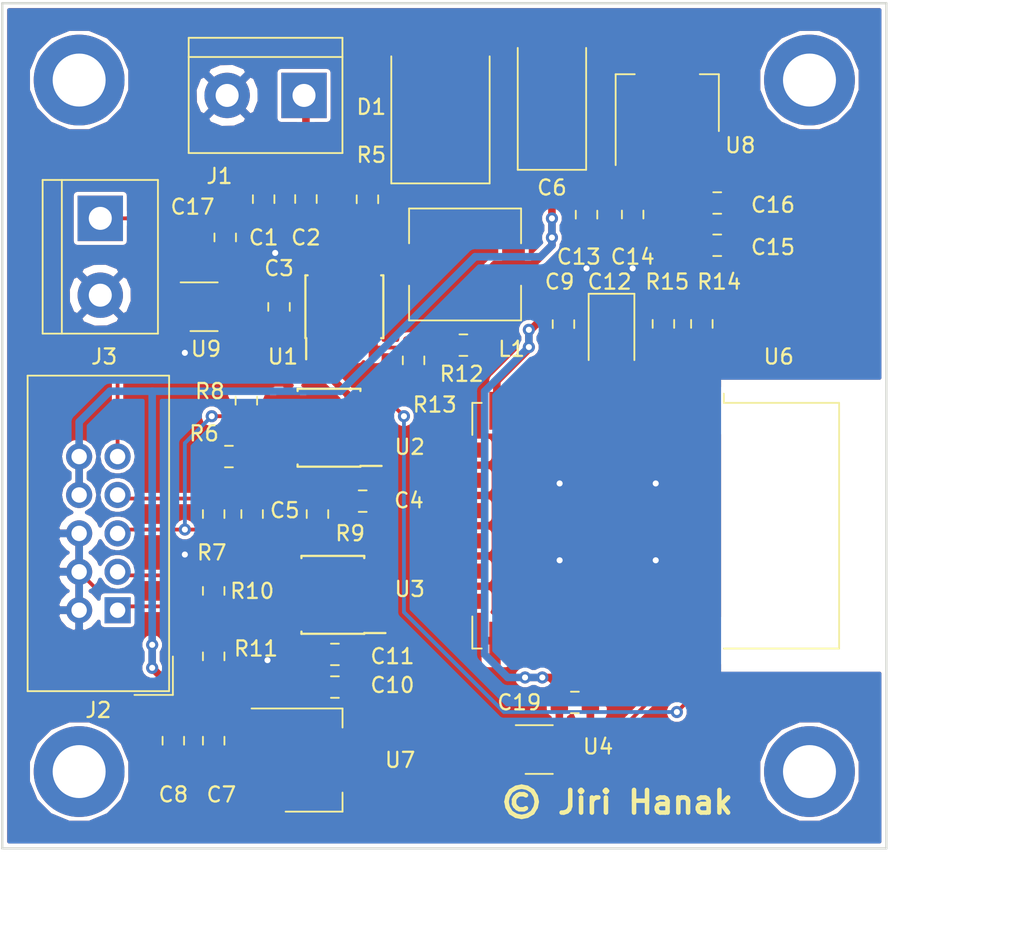
<source format=kicad_pcb>
(kicad_pcb (version 20171130) (host pcbnew 5.0.2-bee76a0~70~ubuntu18.04.1)
  (title_block (title "Water level monitoring - support board") (date 2019-03-11))
  (layers (0 F.Cu signal) (31 B.Cu signal) (34 B.Paste user) (35 F.Paste user) (36 B.SilkS user) (37 F.SilkS user) (38 B.Mask user) (39 F.Mask user) (44 Edge.Cuts user))
  (net 0 "")
  (net 1 /12V)
  (net 2 GND)
  (net 3 "Net-(C3-Pad2)")
  (net 4 "Net-(C3-Pad1)")
  (net 5 +5V)
  (net 6 +3V3)
  (net 7 "Net-(J2-Pad3)")
  (net 8 "Net-(J2-Pad5)")
  (net 9 "Net-(U2-Pad4)")
  (net 10 "Net-(U3-Pad1)")
  (net 11 +5.5V)
  (net 12 "Net-(R5-Pad1)")
  (net 13 "Net-(R12-Pad2)")
  (net 14 "Net-(R14-Pad2)")
  (net 15 "Net-(R15-Pad2)")
  (net 16 "Net-(U4-Pad4)")
  (net 17 "Net-(J2-Pad1)")
  (net 18 "Net-(J2-Pad7)")
  (net 19 "Net-(J2-Pad9)")
  (net 20 "Net-(J3-Pad1)")
  (net 21 "Net-(U1-Pad2)")
  (net 22 "Net-(U1-Pad3)")
  (net 23 "Net-(U2-Pad1)")
  (net 24 "Net-(U3-Pad4)")
  (net 25 "Net-(U4-Pad1)")
  (net 26 "Net-(U6-Pad2)")
  (net 27 "Net-(U6-Pad4)")
  (net 28 "Net-(U6-Pad5)")
  (net 29 "Net-(U6-Pad6)")
  (net 30 "Net-(U6-Pad7)")
  (net 31 "Net-(U6-Pad9)")
  (net 32 "Net-(U6-Pad10)")
  (net 33 "Net-(U6-Pad11)")
  (net 34 "Net-(U6-Pad12)")
  (net 35 "Net-(U6-Pad13)")
  (net 36 "Net-(U6-Pad14)")
  (net 37 "Net-(U6-Pad16)")
  (net 38 "Net-(U6-Pad17)")
  (net 39 "Net-(U6-Pad18)")
  (net 40 "Net-(U6-Pad19)")
  (net 41 "Net-(U6-Pad20)")
  (net 42 "Net-(U9-Pad1)")
  (module Connector_IDC:IDC-Header_2x05_P2.54mm_Vertical (layer F.Cu) (at 125.603 108.712 180)
    (fp_text reference J2 (at 1.27 -6.604 180) (layer F.SilkS))
    (fp_text value Main_board)
    (pad 10 thru_hole oval (at 2.54 10.16 180) (size 1.7272 1.7272) (drill 1.016) (layers *.Cu *.Mask) (net 11 +5.5V))
    (pad 9 thru_hole oval (at 0 10.16 180) (size 1.7272 1.7272) (drill 1.016) (layers *.Cu *.Mask) (net 19 "Net-(J2-Pad9)"))
    (pad 8 thru_hole oval (at 2.54 7.62 180) (size 1.7272 1.7272) (drill 1.016) (layers *.Cu *.Mask) (net 11 +5.5V))
    (pad 7 thru_hole oval (at 0 7.62 180) (size 1.7272 1.7272) (drill 1.016) (layers *.Cu *.Mask) (net 18 "Net-(J2-Pad7)"))
    (pad 6 thru_hole oval (at 2.54 5.08 180) (size 1.7272 1.7272) (drill 1.016) (layers *.Cu *.Mask) (net 2 GND))
    (pad 5 thru_hole oval (at 0 5.08 180) (size 1.7272 1.7272) (drill 1.016) (layers *.Cu *.Mask) (net 8 "Net-(J2-Pad5)"))
    (pad 4 thru_hole oval (at 2.54 2.54 180) (size 1.7272 1.7272) (drill 1.016) (layers *.Cu *.Mask) (net 2 GND))
    (pad 3 thru_hole oval (at 0 2.54 180) (size 1.7272 1.7272) (drill 1.016) (layers *.Cu *.Mask) (net 7 "Net-(J2-Pad3)"))
    (pad 2 thru_hole oval (at 2.54 0 180) (size 1.7272 1.7272) (drill 1.016) (layers *.Cu *.Mask) (net 2 GND))
    (pad 1 thru_hole rect (at 0 0 180) (size 1.7272 1.7272) (drill 1.016) (layers *.Cu *.Mask) (net 17 "Net-(J2-Pad1)"))
  )
  (module Resistor_SMD:R_0805_2012Metric_Pad1.15x1.40mm_HandSolder (layer F.Cu) (at 148.454 91.186 180)
    (fp_text reference R12 (at 0.118 -1.905) (layer F.SilkS))
    (fp_text value 330k)
    (pad 2 smd roundrect (at 1.025 0 180) (size 1.15 1.4) (layers F.Cu F.Paste F.Mask) (roundrect_rratio 0.217391) (net 13 "Net-(R12-Pad2)"))
    (pad 1 smd roundrect (at -1.025 0 180) (size 1.15 1.4) (layers F.Cu F.Paste F.Mask) (roundrect_rratio 0.217391) (net 11 +5.5V))
  )
  (module RF_Module:ESP-12E (layer F.Cu) (at 161.163 103.124 270)
    (fp_text reference U6 (at -11.176 -8.128) (layer F.SilkS))
    (fp_text value ESP-12E)
    (pad 22 smd rect (at 7.6 -3.5 270) (size 2.5 1) (layers F.Cu F.Paste F.Mask) (net 9 "Net-(U2-Pad4)"))
    (pad 21 smd rect (at 7.6 -1.5 270) (size 2.5 1) (layers F.Cu F.Paste F.Mask) (net 16 "Net-(U4-Pad4)"))
    (pad 20 smd rect (at 7.6 0.5 270) (size 2.5 1) (layers F.Cu F.Paste F.Mask) (net 41 "Net-(U6-Pad20)"))
    (pad 19 smd rect (at 7.6 2.5 270) (size 2.5 1) (layers F.Cu F.Paste F.Mask) (net 40 "Net-(U6-Pad19)"))
    (pad 18 smd rect (at 7.6 4.5 270) (size 2.5 1) (layers F.Cu F.Paste F.Mask) (net 39 "Net-(U6-Pad18)"))
    (pad 17 smd rect (at 7.6 6.5 270) (size 2.5 1) (layers F.Cu F.Paste F.Mask) (net 38 "Net-(U6-Pad17)"))
    (pad 16 smd rect (at 7.6 8.5 270) (size 2.5 1) (layers F.Cu F.Paste F.Mask) (net 37 "Net-(U6-Pad16)"))
    (pad 15 smd rect (at 7.6 10.5 270) (size 2.5 1) (layers F.Cu F.Paste F.Mask) (net 2 GND))
    (pad 14 smd rect (at 5 12 270) (size 1 1.8) (layers F.Cu F.Paste F.Mask) (net 36 "Net-(U6-Pad14)"))
    (pad 13 smd rect (at 3 12 270) (size 1 1.8) (layers F.Cu F.Paste F.Mask) (net 35 "Net-(U6-Pad13)"))
    (pad 12 smd rect (at 1 12 270) (size 1 1.8) (layers F.Cu F.Paste F.Mask) (net 34 "Net-(U6-Pad12)"))
    (pad 11 smd rect (at -1 12 270) (size 1 1.8) (layers F.Cu F.Paste F.Mask) (net 33 "Net-(U6-Pad11)"))
    (pad 10 smd rect (at -3 12 270) (size 1 1.8) (layers F.Cu F.Paste F.Mask) (net 32 "Net-(U6-Pad10)"))
    (pad 9 smd rect (at -5 12 270) (size 1 1.8) (layers F.Cu F.Paste F.Mask) (net 31 "Net-(U6-Pad9)"))
    (pad 8 smd rect (at -7.6 10.5 270) (size 2.5 1) (layers F.Cu F.Paste F.Mask) (net 6 +3V3))
    (pad 7 smd rect (at -7.6 8.5 270) (size 2.5 1) (layers F.Cu F.Paste F.Mask) (net 30 "Net-(U6-Pad7)"))
    (pad 6 smd rect (at -7.6 6.5 270) (size 2.5 1) (layers F.Cu F.Paste F.Mask) (net 29 "Net-(U6-Pad6)"))
    (pad 5 smd rect (at -7.6 4.5 270) (size 2.5 1) (layers F.Cu F.Paste F.Mask) (net 28 "Net-(U6-Pad5)"))
    (pad 4 smd rect (at -7.6 2.5 270) (size 2.5 1) (layers F.Cu F.Paste F.Mask) (net 27 "Net-(U6-Pad4)"))
    (pad 3 smd rect (at -7.6 0.5 270) (size 2.5 1) (layers F.Cu F.Paste F.Mask) (net 15 "Net-(R15-Pad2)"))
    (pad 2 smd rect (at -7.6 -1.5 270) (size 2.5 1) (layers F.Cu F.Paste F.Mask) (net 26 "Net-(U6-Pad2)"))
    (pad 1 smd rect (at -7.6 -3.5 270) (size 2.5 1) (layers F.Cu F.Paste F.Mask) (net 14 "Net-(R14-Pad2)"))
  )
  (module Diode_SMD:D_SMC (layer F.Cu) (at 146.939 75.692 90)
    (fp_text reference D1 (at 0.254 -4.572 180) (layer F.SilkS))
    (fp_text value B340)
    (pad 2 smd rect (at 3.4 0 180) (size 3.3 2.5) (layers F.Cu F.Paste F.Mask) (net 2 GND))
    (pad 1 smd rect (at -3.4 0 180) (size 3.3 2.5) (layers F.Cu F.Paste F.Mask) (net 4 "Net-(C3-Pad1)"))
  )
  (module Resistor_SMD:R_0805_2012Metric_Pad1.15x1.40mm_HandSolder (layer F.Cu) (at 161.671 89.78 270)
    (fp_text reference R15 (at -2.785 -0.254) (layer F.SilkS))
    (fp_text value 10k)
    (pad 2 smd roundrect (at 1.025 0 270) (size 1.15 1.4) (layers F.Cu F.Paste F.Mask) (roundrect_rratio 0.217391) (net 15 "Net-(R15-Pad2)"))
    (pad 1 smd roundrect (at -1.025 0 270) (size 1.15 1.4) (layers F.Cu F.Paste F.Mask) (roundrect_rratio 0.217391) (net 6 +3V3))
  )
  (module Package_SO:SOIC-8_3.9x4.9mm_P1.27mm (layer F.Cu) (at 139.827 107.696 180)
    (fp_text reference U3 (at -5.08 0.381 180) (layer F.SilkS))
    (fp_text value SN75LBC176D)
    (pad 8 smd rect (at 2.7 -1.905 180) (size 1.55 0.6) (layers F.Cu F.Paste F.Mask) (net 5 +5V))
    (pad 7 smd rect (at 2.7 -0.635 180) (size 1.55 0.6) (layers F.Cu F.Paste F.Mask) (net 7 "Net-(J2-Pad3)"))
    (pad 6 smd rect (at 2.7 0.635 180) (size 1.55 0.6) (layers F.Cu F.Paste F.Mask) (net 17 "Net-(J2-Pad1)"))
    (pad 5 smd rect (at 2.7 1.905 180) (size 1.55 0.6) (layers F.Cu F.Paste F.Mask) (net 2 GND))
    (pad 4 smd rect (at -2.7 1.905 180) (size 1.55 0.6) (layers F.Cu F.Paste F.Mask) (net 24 "Net-(U3-Pad4)"))
    (pad 3 smd rect (at -2.7 0.635 180) (size 1.55 0.6) (layers F.Cu F.Paste F.Mask) (net 2 GND))
    (pad 2 smd rect (at -2.7 -0.635 180) (size 1.55 0.6) (layers F.Cu F.Paste F.Mask) (net 2 GND))
    (pad 1 smd rect (at -2.7 -1.905 180) (size 1.55 0.6) (layers F.Cu F.Paste F.Mask) (net 10 "Net-(U3-Pad1)"))
  )
  (module Package_TO_SOT_SMD:SOT-23-5_HandSoldering (layer F.Cu) (at 153.463 117.922)
    (fp_text reference U4 (at 3.89 -0.193) (layer F.SilkS))
    (fp_text value SN74LV1T34)
    (pad 5 smd rect (at 1.35 -0.95) (size 1.56 0.65) (layers F.Cu F.Paste F.Mask) (net 6 +3V3))
    (pad 4 smd rect (at 1.35 0.95) (size 1.56 0.65) (layers F.Cu F.Paste F.Mask) (net 16 "Net-(U4-Pad4)"))
    (pad 3 smd rect (at -1.35 0.95) (size 1.56 0.65) (layers F.Cu F.Paste F.Mask) (net 2 GND))
    (pad 2 smd rect (at -1.35 0) (size 1.56 0.65) (layers F.Cu F.Paste F.Mask) (net 10 "Net-(U3-Pad1)"))
    (pad 1 smd rect (at -1.35 -0.95) (size 1.56 0.65) (layers F.Cu F.Paste F.Mask) (net 25 "Net-(U4-Pad1)"))
  )
  (module Package_SO:SOIC-8_3.9x4.9mm_P1.27mm (layer F.Cu) (at 139.573 96.647 180)
    (fp_text reference U2 (at -5.334 -1.27 180) (layer F.SilkS))
    (fp_text value SN75LBC176D)
    (pad 8 smd rect (at 2.7 -1.905 180) (size 1.55 0.6) (layers F.Cu F.Paste F.Mask) (net 5 +5V))
    (pad 7 smd rect (at 2.7 -0.635 180) (size 1.55 0.6) (layers F.Cu F.Paste F.Mask) (net 18 "Net-(J2-Pad7)"))
    (pad 6 smd rect (at 2.7 0.635 180) (size 1.55 0.6) (layers F.Cu F.Paste F.Mask) (net 8 "Net-(J2-Pad5)"))
    (pad 5 smd rect (at 2.7 1.905 180) (size 1.55 0.6) (layers F.Cu F.Paste F.Mask) (net 2 GND))
    (pad 4 smd rect (at -2.7 1.905 180) (size 1.55 0.6) (layers F.Cu F.Paste F.Mask) (net 9 "Net-(U2-Pad4)"))
    (pad 3 smd rect (at -2.7 0.635 180) (size 1.55 0.6) (layers F.Cu F.Paste F.Mask) (net 5 +5V))
    (pad 2 smd rect (at -2.7 -0.635 180) (size 1.55 0.6) (layers F.Cu F.Paste F.Mask) (net 5 +5V))
    (pad 1 smd rect (at -2.7 -1.905 180) (size 1.55 0.6) (layers F.Cu F.Paste F.Mask) (net 23 "Net-(U2-Pad1)"))
  )
  (module Resistor_SMD:R_0805_2012Metric_Pad1.15x1.40mm_HandSolder (layer F.Cu) (at 164.211 89.78 270)
    (fp_text reference R14 (at -2.785 -1.143) (layer F.SilkS))
    (fp_text value 10k)
    (pad 2 smd roundrect (at 1.025 0 270) (size 1.15 1.4) (layers F.Cu F.Paste F.Mask) (roundrect_rratio 0.217391) (net 14 "Net-(R14-Pad2)"))
    (pad 1 smd roundrect (at -1.025 0 270) (size 1.15 1.4) (layers F.Cu F.Paste F.Mask) (roundrect_rratio 0.217391) (net 6 +3V3))
  )
  (module Capacitor_SMD:C_0805_2012Metric_Pad1.15x1.40mm_HandSolder (layer F.Cu) (at 135.255 81.534 270)
    (fp_text reference C1 (at 2.54 0) (layer F.SilkS))
    (fp_text value 4.7u)
    (pad 2 smd roundrect (at 1.025 0 270) (size 1.15 1.4) (layers F.Cu F.Paste F.Mask) (roundrect_rratio 0.217391) (net 2 GND))
    (pad 1 smd roundrect (at -1.025 0 270) (size 1.15 1.4) (layers F.Cu F.Paste F.Mask) (roundrect_rratio 0.217391) (net 1 /12V))
  )
  (module Capacitor_SMD:C_0805_2012Metric_Pad1.15x1.40mm_HandSolder (layer F.Cu) (at 138.049 81.525 270)
    (fp_text reference C2 (at 2.549 0) (layer F.SilkS))
    (fp_text value 4.7u)
    (pad 2 smd roundrect (at 1.025 0 270) (size 1.15 1.4) (layers F.Cu F.Paste F.Mask) (roundrect_rratio 0.217391) (net 2 GND))
    (pad 1 smd roundrect (at -1.025 0 270) (size 1.15 1.4) (layers F.Cu F.Paste F.Mask) (roundrect_rratio 0.217391) (net 1 /12V))
  )
  (module Capacitor_SMD:C_0805_2012Metric_Pad1.15x1.40mm_HandSolder (layer F.Cu) (at 136.271 88.655 270)
    (fp_text reference C3 (at -2.549 0) (layer F.SilkS))
    (fp_text value 10n)
    (pad 2 smd roundrect (at 1.025 0 270) (size 1.15 1.4) (layers F.Cu F.Paste F.Mask) (roundrect_rratio 0.217391) (net 3 "Net-(C3-Pad2)"))
    (pad 1 smd roundrect (at -1.025 0 270) (size 1.15 1.4) (layers F.Cu F.Paste F.Mask) (roundrect_rratio 0.217391) (net 4 "Net-(C3-Pad1)"))
  )
  (module Capacitor_SMD:C_0805_2012Metric_Pad1.15x1.40mm_HandSolder (layer F.Cu) (at 141.7992 101.4984 180)
    (fp_text reference C4 (at -3.057 0.045342) (layer F.SilkS))
    (fp_text value 100n)
    (pad 2 smd roundrect (at 1.025 0 180) (size 1.15 1.4) (layers F.Cu F.Paste F.Mask) (roundrect_rratio 0.217391) (net 5 +5V))
    (pad 1 smd roundrect (at -1.025 0 180) (size 1.15 1.4) (layers F.Cu F.Paste F.Mask) (roundrect_rratio 0.217391) (net 2 GND))
  )
  (module Capacitor_SMD:C_0805_2012Metric_Pad1.15x1.40mm_HandSolder (layer F.Cu) (at 134.493 102.353 90)
    (fp_text reference C5 (at 0.245 2.159 180) (layer F.SilkS))
    (fp_text value 100n)
    (pad 2 smd roundrect (at 1.025 0 90) (size 1.15 1.4) (layers F.Cu F.Paste F.Mask) (roundrect_rratio 0.217391) (net 5 +5V))
    (pad 1 smd roundrect (at -1.025 0 90) (size 1.15 1.4) (layers F.Cu F.Paste F.Mask) (roundrect_rratio 0.217391) (net 2 GND))
  )
  (module Capacitor_SMD:C_0805_2012Metric_Pad1.15x1.40mm_HandSolder (layer F.Cu) (at 131.953 117.339 270)
    (fp_text reference C7 (at 3.565 -0.508) (layer F.SilkS))
    (fp_text value 100n)
    (pad 2 smd roundrect (at 1.025 0 270) (size 1.15 1.4) (layers F.Cu F.Paste F.Mask) (roundrect_rratio 0.217391) (net 2 GND))
    (pad 1 smd roundrect (at -1.025 0 270) (size 1.15 1.4) (layers F.Cu F.Paste F.Mask) (roundrect_rratio 0.217391) (net 11 +5.5V))
  )
  (module Capacitor_SMD:C_0805_2012Metric_Pad1.15x1.40mm_HandSolder (layer F.Cu) (at 129.286 117.339 270)
    (fp_text reference C8 (at 3.556 0) (layer F.SilkS))
    (fp_text value 4.7u)
    (pad 2 smd roundrect (at 1.025 0 270) (size 1.15 1.4) (layers F.Cu F.Paste F.Mask) (roundrect_rratio 0.217391) (net 2 GND))
    (pad 1 smd roundrect (at -1.025 0 270) (size 1.15 1.4) (layers F.Cu F.Paste F.Mask) (roundrect_rratio 0.217391) (net 11 +5.5V))
  )
  (module Capacitor_SMD:C_0805_2012Metric_Pad1.15x1.40mm_HandSolder (layer F.Cu) (at 155.067 89.798 270)
    (fp_text reference C9 (at -2.803 0.254 180) (layer F.SilkS))
    (fp_text value 100n)
    (pad 2 smd roundrect (at 1.025 0 270) (size 1.15 1.4) (layers F.Cu F.Paste F.Mask) (roundrect_rratio 0.217391) (net 2 GND))
    (pad 1 smd roundrect (at -1.025 0 270) (size 1.15 1.4) (layers F.Cu F.Paste F.Mask) (roundrect_rratio 0.217391) (net 6 +3V3))
  )
  (module Capacitor_SMD:C_0805_2012Metric_Pad1.15x1.40mm_HandSolder (layer F.Cu) (at 139.963 113.792)
    (fp_text reference C10 (at 3.801 -0.127 180) (layer F.SilkS))
    (fp_text value 1u)
    (pad 2 smd roundrect (at 1.025 0) (size 1.15 1.4) (layers F.Cu F.Paste F.Mask) (roundrect_rratio 0.217391) (net 2 GND))
    (pad 1 smd roundrect (at -1.025 0) (size 1.15 1.4) (layers F.Cu F.Paste F.Mask) (roundrect_rratio 0.217391) (net 5 +5V))
  )
  (module Capacitor_SMD:C_0805_2012Metric_Pad1.15x1.40mm_HandSolder (layer F.Cu) (at 139.963 111.633)
    (fp_text reference C11 (at 3.801 0.127 180) (layer F.SilkS))
    (fp_text value 100n)
    (pad 2 smd roundrect (at 1.025 0) (size 1.15 1.4) (layers F.Cu F.Paste F.Mask) (roundrect_rratio 0.217391) (net 2 GND))
    (pad 1 smd roundrect (at -1.025 0) (size 1.15 1.4) (layers F.Cu F.Paste F.Mask) (roundrect_rratio 0.217391) (net 5 +5V))
  )
  (module Capacitor_SMD:C_0805_2012Metric_Pad1.15x1.40mm_HandSolder (layer F.Cu) (at 156.591 82.559 270)
    (fp_text reference C13 (at 2.785 0.508) (layer F.SilkS))
    (fp_text value 100n)
    (pad 2 smd roundrect (at 1.025 0 270) (size 1.15 1.4) (layers F.Cu F.Paste F.Mask) (roundrect_rratio 0.217391) (net 2 GND))
    (pad 1 smd roundrect (at -1.025 0 270) (size 1.15 1.4) (layers F.Cu F.Paste F.Mask) (roundrect_rratio 0.217391) (net 11 +5.5V))
  )
  (module Capacitor_SMD:C_0805_2012Metric_Pad1.15x1.40mm_HandSolder (layer F.Cu) (at 159.639 82.55 270)
    (fp_text reference C14 (at 2.794 0) (layer F.SilkS))
    (fp_text value 4.7u)
    (pad 2 smd roundrect (at 1.025 0 270) (size 1.15 1.4) (layers F.Cu F.Paste F.Mask) (roundrect_rratio 0.217391) (net 2 GND))
    (pad 1 smd roundrect (at -1.025 0 270) (size 1.15 1.4) (layers F.Cu F.Paste F.Mask) (roundrect_rratio 0.217391) (net 11 +5.5V))
  )
  (module Capacitor_SMD:C_0805_2012Metric_Pad1.15x1.40mm_HandSolder (layer F.Cu) (at 165.227 84.582)
    (fp_text reference C15 (at 3.683 0.127 -180) (layer F.SilkS))
    (fp_text value 1u)
    (pad 2 smd roundrect (at 1.025 0) (size 1.15 1.4) (layers F.Cu F.Paste F.Mask) (roundrect_rratio 0.217391) (net 2 GND))
    (pad 1 smd roundrect (at -1.025 0) (size 1.15 1.4) (layers F.Cu F.Paste F.Mask) (roundrect_rratio 0.217391) (net 6 +3V3))
  )
  (module Capacitor_SMD:C_0805_2012Metric_Pad1.15x1.40mm_HandSolder (layer F.Cu) (at 165.227 81.788)
    (fp_text reference C16 (at 3.683 0.127 -180) (layer F.SilkS))
    (fp_text value 100n)
    (pad 2 smd roundrect (at 1.025 0) (size 1.15 1.4) (layers F.Cu F.Paste F.Mask) (roundrect_rratio 0.217391) (net 2 GND))
    (pad 1 smd roundrect (at -1.025 0) (size 1.15 1.4) (layers F.Cu F.Paste F.Mask) (roundrect_rratio 0.217391) (net 6 +3V3))
  )
  (module TerminalBlock:TerminalBlock_bornier-2_P5.08mm (layer F.Cu) (at 137.922 74.676 180)
    (fp_text reference J1 (at 5.588 -5.334) (layer F.SilkS))
    (fp_text value IN_12V)
    (pad 2 thru_hole circle (at 5.08 0 180) (size 3 3) (drill 1.52) (layers *.Cu *.Mask) (net 2 GND))
    (pad 1 thru_hole rect (at 0 0 180) (size 3 3) (drill 1.52) (layers *.Cu *.Mask) (net 1 /12V))
  )
  (module TerminalBlock:TerminalBlock_bornier-2_P5.08mm (layer F.Cu) (at 124.46 82.804 270)
    (fp_text reference J3 (at 9.144 -0.254) (layer F.SilkS))
    (fp_text value SSR_control)
    (pad 2 thru_hole circle (at 5.08 0 270) (size 3 3) (drill 1.52) (layers *.Cu *.Mask) (net 2 GND))
    (pad 1 thru_hole rect (at 0 0 270) (size 3 3) (drill 1.52) (layers *.Cu *.Mask) (net 20 "Net-(J3-Pad1)"))
  )
  (module Resistor_SMD:R_0805_2012Metric_Pad1.15x1.40mm_HandSolder (layer F.Cu) (at 142.113 81.543 90)
    (fp_text reference R5 (at 2.93 0.254) (layer F.SilkS))
    (fp_text value 10k)
    (pad 2 smd roundrect (at 1.025 0 90) (size 1.15 1.4) (layers F.Cu F.Paste F.Mask) (roundrect_rratio 0.217391) (net 1 /12V))
    (pad 1 smd roundrect (at -1.025 0 90) (size 1.15 1.4) (layers F.Cu F.Paste F.Mask) (roundrect_rratio 0.217391) (net 12 "Net-(R5-Pad1)"))
  )
  (module Resistor_SMD:R_0805_2012Metric_Pad1.15x1.40mm_HandSolder (layer F.Cu) (at 132.96 98.552 180)
    (fp_text reference R6 (at 1.642 1.524) (layer F.SilkS))
    (fp_text value 1k)
    (pad 2 smd roundrect (at 1.025 0 180) (size 1.15 1.4) (layers F.Cu F.Paste F.Mask) (roundrect_rratio 0.217391) (net 18 "Net-(J2-Pad7)"))
    (pad 1 smd roundrect (at -1.025 0 180) (size 1.15 1.4) (layers F.Cu F.Paste F.Mask) (roundrect_rratio 0.217391) (net 5 +5V))
  )
  (module Resistor_SMD:R_0805_2012Metric_Pad1.15x1.40mm_HandSolder (layer F.Cu) (at 131.953 102.353 270)
    (fp_text reference R7 (at 2.549 0.127) (layer F.SilkS))
    (fp_text value 150R)
    (pad 2 smd roundrect (at 1.025 0 270) (size 1.15 1.4) (layers F.Cu F.Paste F.Mask) (roundrect_rratio 0.217391) (net 8 "Net-(J2-Pad5)"))
    (pad 1 smd roundrect (at -1.025 0 270) (size 1.15 1.4) (layers F.Cu F.Paste F.Mask) (roundrect_rratio 0.217391) (net 18 "Net-(J2-Pad7)"))
  )
  (module Resistor_SMD:R_0805_2012Metric_Pad1.15x1.40mm_HandSolder (layer F.Cu) (at 134.112 94.86 90)
    (fp_text reference R8 (at 0.626 -2.413) (layer F.SilkS))
    (fp_text value 1k)
    (pad 2 smd roundrect (at 1.025 0 90) (size 1.15 1.4) (layers F.Cu F.Paste F.Mask) (roundrect_rratio 0.217391) (net 2 GND))
    (pad 1 smd roundrect (at -1.025 0 90) (size 1.15 1.4) (layers F.Cu F.Paste F.Mask) (roundrect_rratio 0.217391) (net 8 "Net-(J2-Pad5)"))
  )
  (module Resistor_SMD:R_0805_2012Metric_Pad1.15x1.40mm_HandSolder (layer F.Cu) (at 138.811 102.353 270)
    (fp_text reference R9 (at 1.279 -2.159) (layer F.SilkS))
    (fp_text value 1k)
    (pad 2 smd roundrect (at 1.025 0 270) (size 1.15 1.4) (layers F.Cu F.Paste F.Mask) (roundrect_rratio 0.217391) (net 7 "Net-(J2-Pad3)"))
    (pad 1 smd roundrect (at -1.025 0 270) (size 1.15 1.4) (layers F.Cu F.Paste F.Mask) (roundrect_rratio 0.217391) (net 5 +5V))
  )
  (module Resistor_SMD:R_0805_2012Metric_Pad1.15x1.40mm_HandSolder (layer F.Cu) (at 131.953 107.433 270)
    (fp_text reference R10 (at 0.009 -2.54) (layer F.SilkS))
    (fp_text value 150R)
    (pad 2 smd roundrect (at 1.025 0 270) (size 1.15 1.4) (layers F.Cu F.Paste F.Mask) (roundrect_rratio 0.217391) (net 17 "Net-(J2-Pad1)"))
    (pad 1 smd roundrect (at -1.025 0 270) (size 1.15 1.4) (layers F.Cu F.Paste F.Mask) (roundrect_rratio 0.217391) (net 7 "Net-(J2-Pad3)"))
  )
  (module Resistor_SMD:R_0805_2012Metric_Pad1.15x1.40mm_HandSolder (layer F.Cu) (at 131.953 111.76 270)
    (fp_text reference R11 (at -0.508 -2.794 180) (layer F.SilkS))
    (fp_text value 1k)
    (pad 2 smd roundrect (at 1.025 0 270) (size 1.15 1.4) (layers F.Cu F.Paste F.Mask) (roundrect_rratio 0.217391) (net 2 GND))
    (pad 1 smd roundrect (at -1.025 0 270) (size 1.15 1.4) (layers F.Cu F.Paste F.Mask) (roundrect_rratio 0.217391) (net 17 "Net-(J2-Pad1)"))
  )
  (module Package_SO:SOIC-8_3.9x4.9mm_P1.27mm (layer F.Cu) (at 140.589 88.646 90)
    (fp_text reference U1 (at -3.302 -4.064 180) (layer F.SilkS))
    (fp_text value TPS5420D)
    (pad 8 smd rect (at 2.7 -1.905 90) (size 1.55 0.6) (layers F.Cu F.Paste F.Mask) (net 4 "Net-(C3-Pad1)"))
    (pad 7 smd rect (at 2.7 -0.635 90) (size 1.55 0.6) (layers F.Cu F.Paste F.Mask) (net 1 /12V))
    (pad 6 smd rect (at 2.7 0.635 90) (size 1.55 0.6) (layers F.Cu F.Paste F.Mask) (net 2 GND))
    (pad 5 smd rect (at 2.7 1.905 90) (size 1.55 0.6) (layers F.Cu F.Paste F.Mask) (net 12 "Net-(R5-Pad1)"))
    (pad 4 smd rect (at -2.7 1.905 90) (size 1.55 0.6) (layers F.Cu F.Paste F.Mask) (net 13 "Net-(R12-Pad2)"))
    (pad 3 smd rect (at -2.7 0.635 90) (size 1.55 0.6) (layers F.Cu F.Paste F.Mask) (net 22 "Net-(U1-Pad3)"))
    (pad 2 smd rect (at -2.7 -0.635 90) (size 1.55 0.6) (layers F.Cu F.Paste F.Mask) (net 21 "Net-(U1-Pad2)"))
    (pad 1 smd rect (at -2.7 -1.905 90) (size 1.55 0.6) (layers F.Cu F.Paste F.Mask) (net 3 "Net-(C3-Pad2)"))
  )
  (module Package_TO_SOT_SMD:SOT-223-3_TabPin2 (layer F.Cu) (at 138.557 118.618)
    (fp_text reference U7 (at 5.715 0) (layer F.SilkS))
    (fp_text value MCP1826S_5V)
    (pad 1 smd rect (at -3.15 -2.3) (size 2 1.5) (layers F.Cu F.Paste F.Mask) (net 11 +5.5V))
    (pad 3 smd rect (at -3.15 2.3) (size 2 1.5) (layers F.Cu F.Paste F.Mask) (net 5 +5V))
    (pad 2 smd rect (at -3.15 0) (size 2 1.5) (layers F.Cu F.Paste F.Mask) (net 2 GND))
    (pad 2 smd rect (at 3.15 0) (size 2 3.8) (layers F.Cu F.Paste F.Mask) (net 2 GND))
  )
  (module Package_TO_SOT_SMD:SOT-223-3_TabPin2 (layer F.Cu) (at 161.925 75.184 90)
    (fp_text reference U8 (at -2.794 4.826 180) (layer F.SilkS))
    (fp_text value MCP1826S_3.3V)
    (pad 1 smd rect (at -3.15 -2.3 90) (size 2 1.5) (layers F.Cu F.Paste F.Mask) (net 11 +5.5V))
    (pad 3 smd rect (at -3.15 2.3 90) (size 2 1.5) (layers F.Cu F.Paste F.Mask) (net 6 +3V3))
    (pad 2 smd rect (at -3.15 0 90) (size 2 1.5) (layers F.Cu F.Paste F.Mask) (net 2 GND))
    (pad 2 smd rect (at 3.15 0 90) (size 2 3.8) (layers F.Cu F.Paste F.Mask) (net 2 GND))
  )
  (module Resistor_SMD:R_0805_2012Metric_Pad1.15x1.40mm_HandSolder (layer F.Cu) (at 145.161 92.193 270)
    (fp_text reference R13 (at 2.93 -1.397) (layer F.SilkS))
    (fp_text value 56k)
    (pad 2 smd roundrect (at 1.025 0 270) (size 1.15 1.4) (layers F.Cu F.Paste F.Mask) (roundrect_rratio 0.217391) (net 2 GND))
    (pad 1 smd roundrect (at -1.025 0 270) (size 1.15 1.4) (layers F.Cu F.Paste F.Mask) (roundrect_rratio 0.217391) (net 13 "Net-(R12-Pad2)"))
  )
  (module GHlib:Screw (layer F.Cu) (at 123.063 73.66)
    (fp_text reference N1 hide)
    (fp_text value Screw)
    (pad 1 thru_hole circle (at 0 0) (size 6 6) (drill 3.5) (layers *.Cu *.Mask))
  )
  (module GHlib:Screw (layer F.Cu) (at 171.323 73.66)
    (fp_text reference N2 hide)
    (fp_text value Screw)
    (pad 1 thru_hole circle (at 0 0) (size 6 6) (drill 3.5) (layers *.Cu *.Mask))
  )
  (module GHlib:Screw (layer F.Cu) (at 123.063 119.38)
    (fp_text reference N3 hide)
    (fp_text value Screw)
    (pad 1 thru_hole circle (at 0 0) (size 6 6) (drill 3.5) (layers *.Cu *.Mask))
  )
  (module GHlib:Screw (layer F.Cu) (at 171.323 119.38)
    (fp_text reference N4 hide)
    (fp_text value Screw)
    (pad 1 thru_hole circle (at 0 0) (size 6 6) (drill 3.5) (layers *.Cu *.Mask))
  )
  (module Capacitor_Tantalum_SMD:CP_EIA-7343-31_Kemet-D (layer F.Cu) (at 154.305 75.184 90)
    (fp_text reference C6 (at -5.588 0 180) (layer F.SilkS))
    (fp_text value 100u/10V)
    (pad 2 smd roundrect (at 3.1125 0 90) (size 2.075 2.55) (layers F.Cu F.Paste F.Mask) (roundrect_rratio 0.120482) (net 2 GND))
    (pad 1 smd roundrect (at -3.1125 0 90) (size 2.075 2.55) (layers F.Cu F.Paste F.Mask) (roundrect_rratio 0.120482) (net 11 +5.5V))
  )
  (module Package_TO_SOT_SMD:SOT-23-5_HandSoldering (layer F.Cu) (at 131.318 88.646)
    (fp_text reference U9 (at 0.127 2.794 180) (layer F.SilkS))
    (fp_text value SN74LV1T34)
    (pad 5 smd rect (at 1.35 -0.95) (size 1.56 0.65) (layers F.Cu F.Paste F.Mask) (net 5 +5V))
    (pad 4 smd rect (at 1.35 0.95) (size 1.56 0.65) (layers F.Cu F.Paste F.Mask) (net 20 "Net-(J3-Pad1)"))
    (pad 3 smd rect (at -1.35 0.95) (size 1.56 0.65) (layers F.Cu F.Paste F.Mask) (net 2 GND))
    (pad 2 smd rect (at -1.35 0) (size 1.56 0.65) (layers F.Cu F.Paste F.Mask) (net 19 "Net-(J2-Pad9)"))
    (pad 1 smd rect (at -1.35 -0.95) (size 1.56 0.65) (layers F.Cu F.Paste F.Mask) (net 42 "Net-(U9-Pad1)"))
  )
  (module Inductor_SMD:L_7.3x7.3_H4.5 (layer F.Cu) (at 148.565 85.852)
    (fp_text reference L1 (at 3.073 5.588) (layer F.SilkS))
    (fp_text value 22uH)
    (pad 2 smd rect (at 3.2 0) (size 1.5 2.2) (layers F.Cu F.Paste F.Mask) (net 11 +5.5V))
    (pad 1 smd rect (at -3.2 0) (size 1.5 2.2) (layers F.Cu F.Paste F.Mask) (net 4 "Net-(C3-Pad1)"))
  )
  (module Capacitor_Tantalum_SMD:CP_EIA-3528-21_Kemet-B_Pad1.50x2.35mm_HandSolder (layer F.Cu) (at 158.242 90.424 270)
    (fp_text reference C12 (at -3.429 0.127) (layer F.SilkS))
    (fp_text value 22u/10V)
    (pad 2 smd roundrect (at 1.625 0 270) (size 1.5 2.35) (layers F.Cu F.Paste F.Mask) (roundrect_rratio 0.166667) (net 2 GND))
    (pad 1 smd roundrect (at -1.625 0 270) (size 1.5 2.35) (layers F.Cu F.Paste F.Mask) (roundrect_rratio 0.166667) (net 6 +3V3))
  )
  (module Capacitor_SMD:C_0805_2012Metric_Pad1.15x1.40mm_HandSolder (layer F.Cu) (at 132.715 84.065 270)
    (fp_text reference C17 (at -2.023 2.159) (layer F.SilkS))
    (fp_text value 100n)
    (pad 2 smd roundrect (at 1.025 0 270) (size 1.15 1.4) (layers F.Cu F.Paste F.Mask) (roundrect_rratio 0.217391) (net 5 +5V))
    (pad 1 smd roundrect (at -1.025 0 270) (size 1.15 1.4) (layers F.Cu F.Paste F.Mask) (roundrect_rratio 0.217391) (net 2 GND))
  )
  (module Capacitor_SMD:C_0805_2012Metric_Pad1.15x1.40mm_HandSolder (layer F.Cu) (at 155.82 114.808 180)
    (fp_text reference C19 (at 3.674 0 180) (layer F.SilkS))
    (fp_text value 100n)
    (pad 2 smd roundrect (at 1.025 0 180) (size 1.15 1.4) (layers F.Cu F.Paste F.Mask) (roundrect_rratio 0.217391) (net 6 +3V3))
    (pad 1 smd roundrect (at -1.025 0 180) (size 1.15 1.4) (layers F.Cu F.Paste F.Mask) (roundrect_rratio 0.217391) (net 2 GND))
  )
  (gr_line (start 176.403 68.58) (end 117.983 68.58) (layer Edge.Cuts) (width 0.15))
  (gr_text "© Jiri Hanak" (at 158.623 121.412) (layer F.SilkS) (effects (font (size 1.5 1.5) (thickness 0.3))))
  (gr_line (start 117.983 68.58) (end 117.983 124.46) (layer Edge.Cuts) (width 0.15))
  (gr_line (start 176.403 124.46) (end 176.403 68.58) (layer Edge.Cuts) (width 0.15))
  (gr_line (start 117.983 124.46) (end 176.403 124.46) (layer Edge.Cuts) (width 0.15))
  (segment (start 138.04 80.509) (end 138.049 80.5) (width 0.5) (layer F.Cu) (net 1))
  (segment (start 135.255 80.509) (end 138.04 80.509) (width 0.5) (layer F.Cu) (net 1))
  (segment (start 142.113 80.518) (end 141.097 80.518) (width 0.5) (layer F.Cu) (net 1))
  (segment (start 142.095 80.5) (end 142.113 80.518) (width 0.5) (layer F.Cu) (net 1))
  (segment (start 138.049 80.5) (end 139.827 80.5) (width 0.5) (layer F.Cu) (net 1))
  (segment (start 139.954 80.627) (end 140.081 80.5) (width 0.5) (layer F.Cu) (net 1))
  (segment (start 139.954 85.946) (end 139.954 80.627) (width 0.5) (layer F.Cu) (net 1))
  (segment (start 139.827 80.5) (end 140.081 80.5) (width 0.5) (layer F.Cu) (net 1))
  (segment (start 140.081 80.5) (end 142.095 80.5) (width 0.5) (layer F.Cu) (net 1))
  (segment (start 138.049 74.803) (end 137.922 74.676) (width 0.5) (layer F.Cu) (net 1))
  (segment (start 138.049 80.5) (end 138.049 74.803) (width 0.5) (layer F.Cu) (net 1))
  (via (at 154.813 100.33) (size 0.8) (drill 0.4) (layers F.Cu B.Cu) (net 2))
  (via (at 161.163 100.33) (size 0.8) (drill 0.4) (layers F.Cu B.Cu) (net 2))
  (via (at 154.813 105.41) (size 0.8) (drill 0.4) (layers F.Cu B.Cu) (net 2))
  (via (at 161.163 105.41) (size 0.8) (drill 0.4) (layers F.Cu B.Cu) (net 2))
  (via (at 136.017 85.09) (size 0.8) (drill 0.4) (layers F.Cu B.Cu) (net 2))
  (via (at 135.509 112.014) (size 0.8) (drill 0.4) (layers F.Cu B.Cu) (net 2))
  (via (at 130.048 91.694) (size 0.8) (drill 0.4) (layers F.Cu B.Cu) (net 2))
  (via (at 130.048 105.029) (size 0.8) (drill 0.4) (layers F.Cu B.Cu) (net 2))
  (via (at 156.591 86.106) (size 0.8) (drill 0.4) (layers F.Cu B.Cu) (net 2))
  (via (at 159.639 86.106) (size 0.8) (drill 0.4) (layers F.Cu B.Cu) (net 2))
  (segment (start 136.102 105.791) (end 137.127 105.791) (width 0.25) (layer F.Cu) (net 2))
  (segment (start 134.0866 107.442) (end 135.7376 105.791) (width 0.25) (layer F.Cu) (net 2))
  (segment (start 123.063 106.172) (end 124.333 107.442) (width 0.25) (layer F.Cu) (net 2))
  (segment (start 135.7376 105.791) (end 136.102 105.791) (width 0.25) (layer F.Cu) (net 2))
  (segment (start 124.333 107.442) (end 134.0866 107.442) (width 0.25) (layer F.Cu) (net 2))
  (segment (start 138.684 90.424) (end 138.684 91.346) (width 0.25) (layer F.Cu) (net 3))
  (segment (start 136.271 89.68) (end 137.94 89.68) (width 0.25) (layer F.Cu) (net 3))
  (segment (start 137.94 89.68) (end 138.684 90.424) (width 0.25) (layer F.Cu) (net 3))
  (segment (start 146.939 81.534) (end 146.939 79.092) (width 0.25) (layer F.Cu) (net 4))
  (segment (start 145.365 85.852) (end 145.365 83.108) (width 0.25) (layer F.Cu) (net 4))
  (segment (start 145.365 83.108) (end 146.939 81.534) (width 0.25) (layer F.Cu) (net 4))
  (segment (start 137.071 87.63) (end 136.271 87.63) (width 0.25) (layer F.Cu) (net 4))
  (segment (start 145.365 85.852) (end 145.365 87.045) (width 0.25) (layer F.Cu) (net 4))
  (segment (start 145.365 87.045) (end 144.78 87.63) (width 0.25) (layer F.Cu) (net 4))
  (segment (start 138.684 85.946) (end 138.684 87.63) (width 0.25) (layer F.Cu) (net 4))
  (segment (start 144.78 87.63) (end 138.684 87.63) (width 0.25) (layer F.Cu) (net 4))
  (segment (start 138.684 87.63) (end 137.071 87.63) (width 0.25) (layer F.Cu) (net 4))
  (segment (start 134.493 101.328) (end 137.015 101.328) (width 0.5) (layer F.Cu) (net 5))
  (segment (start 137.015 101.328) (end 137.033 101.346) (width 0.5) (layer F.Cu) (net 5))
  (segment (start 137.051 101.328) (end 137.033 101.346) (width 0.5) (layer F.Cu) (net 5))
  (segment (start 138.811 101.328) (end 137.051 101.328) (width 0.5) (layer F.Cu) (net 5))
  (segment (start 136.873 98.552) (end 133.985 98.552) (width 0.5) (layer F.Cu) (net 5))
  (segment (start 142.273 96.012) (end 140.838034 96.012) (width 0.5) (layer F.Cu) (net 5))
  (segment (start 142.273 96.012) (end 142.273 97.282) (width 0.5) (layer F.Cu) (net 5))
  (segment (start 140.838034 96.012) (end 140.838034 101.346) (width 0.5) (layer F.Cu) (net 5))
  (segment (start 140.838034 96.012) (end 140.838034 94.483034) (width 0.5) (layer F.Cu) (net 5))
  (segment (start 140.838034 94.483034) (end 139.573 93.218) (width 0.5) (layer F.Cu) (net 5))
  (segment (start 139.446 93.218) (end 139.573 93.218) (width 0.25) (layer F.Cu) (net 5))
  (segment (start 133.948 87.696) (end 132.668 87.696) (width 0.5) (layer F.Cu) (net 5))
  (segment (start 134.493 88.241) (end 133.948 87.696) (width 0.5) (layer F.Cu) (net 5))
  (segment (start 134.493 90.551) (end 134.493 88.241) (width 0.5) (layer F.Cu) (net 5))
  (segment (start 137.16 93.218) (end 134.493 90.551) (width 0.5) (layer F.Cu) (net 5))
  (segment (start 139.446 93.218) (end 137.16 93.218) (width 0.5) (layer F.Cu) (net 5))
  (segment (start 140.820034 101.328) (end 140.838034 101.346) (width 0.5) (layer F.Cu) (net 5))
  (segment (start 138.811 101.328) (end 140.820034 101.328) (width 0.5) (layer F.Cu) (net 5))
  (segment (start 133.985 98.552) (end 133.985 99.822) (width 0.5) (layer F.Cu) (net 5))
  (segment (start 134.493 100.33) (end 134.493 101.328) (width 0.5) (layer F.Cu) (net 5))
  (segment (start 133.985 99.822) (end 134.493 100.33) (width 0.5) (layer F.Cu) (net 5))
  (segment (start 132.715 87.649) (end 132.668 87.696) (width 0.5) (layer F.Cu) (net 5))
  (segment (start 132.715 85.09) (end 132.715 87.649) (width 0.5) (layer F.Cu) (net 5))
  (segment (start 139.164 109.601) (end 139.291 109.474) (width 0.5) (layer F.Cu) (net 5))
  (segment (start 140.838034 101.911685) (end 140.838034 101.346) (width 0.5) (layer F.Cu) (net 5))
  (segment (start 139.291 109.474) (end 140.838034 107.926966) (width 0.5) (layer F.Cu) (net 5))
  (segment (start 140.838034 107.926966) (end 140.838034 101.911685) (width 0.5) (layer F.Cu) (net 5))
  (segment (start 137.127 109.601) (end 138.811 109.601) (width 0.5) (layer F.Cu) (net 5))
  (segment (start 138.811 109.601) (end 139.164 109.601) (width 0.5) (layer F.Cu) (net 5))
  (segment (start 138.938 109.827) (end 139.164 109.601) (width 0.5) (layer F.Cu) (net 5))
  (segment (start 138.938 111.633) (end 138.938 109.827) (width 0.5) (layer F.Cu) (net 5))
  (segment (start 138.938 114.592) (end 138.938 113.792) (width 0.5) (layer F.Cu) (net 5))
  (segment (start 138.938 118.887) (end 138.938 114.592) (width 0.5) (layer F.Cu) (net 5))
  (segment (start 136.907 120.918) (end 138.938 118.887) (width 0.5) (layer F.Cu) (net 5))
  (segment (start 135.407 120.918) (end 136.907 120.918) (width 0.5) (layer F.Cu) (net 5))
  (segment (start 138.938 111.633) (end 138.938 113.792) (width 0.5) (layer F.Cu) (net 5))
  (via (at 152.527 113.157) (size 0.8) (drill 0.4) (layers F.Cu B.Cu) (net 6))
  (via (at 153.67 113.157) (size 0.8) (drill 0.4) (layers F.Cu B.Cu) (net 6))
  (segment (start 152.781 91.44) (end 152.781 90.17) (width 0.5) (layer F.Cu) (net 6))
  (segment (start 150.663 95.524) (end 150.663 93.558) (width 0.5) (layer F.Cu) (net 6))
  (segment (start 150.663 93.558) (end 152.781 91.44) (width 0.5) (layer F.Cu) (net 6))
  (via (at 152.781 90.17) (size 0.8) (drill 0.4) (layers F.Cu B.Cu) (net 6))
  (via (at 152.781 91.313) (size 0.8) (drill 0.4) (layers F.Cu B.Cu) (net 6))
  (segment (start 152.781 91.313) (end 152.781 90.17) (width 0.5) (layer B.Cu) (net 6))
  (segment (start 149.86 111.633) (end 151.384 113.157) (width 0.5) (layer B.Cu) (net 6))
  (segment (start 152.781 91.313) (end 149.86 94.234) (width 0.5) (layer B.Cu) (net 6))
  (segment (start 151.384 113.157) (end 152.527 113.157) (width 0.5) (layer B.Cu) (net 6))
  (segment (start 149.86 94.234) (end 149.86 111.633) (width 0.5) (layer B.Cu) (net 6))
  (segment (start 153.67 113.157) (end 154.178 113.157) (width 0.5) (layer F.Cu) (net 6))
  (segment (start 154.795 113.774) (end 154.795 114.808) (width 0.5) (layer F.Cu) (net 6))
  (segment (start 154.178 113.157) (end 154.795 113.774) (width 0.5) (layer F.Cu) (net 6))
  (segment (start 154.795 116.954) (end 154.813 116.972) (width 0.5) (layer F.Cu) (net 6))
  (segment (start 154.795 114.808) (end 154.795 116.954) (width 0.5) (layer F.Cu) (net 6))
  (segment (start 155.093 88.799) (end 155.067 88.773) (width 0.5) (layer F.Cu) (net 6))
  (segment (start 158.242 88.799) (end 155.093 88.799) (width 0.5) (layer F.Cu) (net 6))
  (segment (start 154.305 88.773) (end 155.067 88.773) (width 0.5) (layer F.Cu) (net 6))
  (segment (start 152.781 90.17) (end 152.908 90.17) (width 0.5) (layer F.Cu) (net 6))
  (segment (start 152.908 90.17) (end 154.305 88.773) (width 0.5) (layer F.Cu) (net 6))
  (segment (start 161.627 88.799) (end 161.671 88.755) (width 0.5) (layer F.Cu) (net 6))
  (segment (start 158.242 88.799) (end 161.627 88.799) (width 0.5) (layer F.Cu) (net 6))
  (segment (start 161.671 88.755) (end 164.211 88.755) (width 0.5) (layer F.Cu) (net 6))
  (segment (start 164.225 82.038) (end 164.229 82.042) (width 0.5) (layer F.Cu) (net 6))
  (segment (start 164.225 78.334) (end 164.225 82.038) (width 0.5) (layer F.Cu) (net 6))
  (segment (start 164.229 82.042) (end 164.229 84.582) (width 0.5) (layer F.Cu) (net 6))
  (segment (start 164.229 88.737) (end 164.211 88.755) (width 0.5) (layer F.Cu) (net 6))
  (segment (start 164.229 84.582) (end 164.229 88.737) (width 0.5) (layer F.Cu) (net 6))
  (segment (start 152.527 113.157) (end 153.67 113.157) (width 0.5) (layer F.Cu) (net 6))
  (segment (start 152.527 113.157) (end 153.67 113.157) (width 0.5) (layer B.Cu) (net 6))
  (segment (start 125.839 106.408) (end 125.603 106.172) (width 0.25) (layer F.Cu) (net 7))
  (segment (start 131.953 106.408) (end 125.839 106.408) (width 0.25) (layer F.Cu) (net 7))
  (segment (start 138.176 108.331) (end 137.127 108.331) (width 0.25) (layer F.Cu) (net 7))
  (segment (start 138.811 103.378) (end 138.811 107.696) (width 0.25) (layer F.Cu) (net 7))
  (segment (start 138.811 107.696) (end 138.176 108.331) (width 0.25) (layer F.Cu) (net 7))
  (segment (start 134.257 106.408) (end 131.953 106.408) (width 0.25) (layer F.Cu) (net 7))
  (segment (start 138.811 103.378) (end 137.287 103.378) (width 0.25) (layer F.Cu) (net 7))
  (segment (start 137.287 103.378) (end 134.257 106.408) (width 0.25) (layer F.Cu) (net 7))
  (segment (start 134.239 96.012) (end 134.112 95.885) (width 0.25) (layer F.Cu) (net 8))
  (segment (start 136.873 96.012) (end 134.239 96.012) (width 0.25) (layer F.Cu) (net 8))
  (segment (start 134.112 95.885) (end 133.312 95.885) (width 0.25) (layer F.Cu) (net 8))
  (via (at 131.826 95.885) (size 0.8) (drill 0.4) (layers F.Cu B.Cu) (net 8))
  (segment (start 133.312 95.885) (end 131.826 95.885) (width 0.25) (layer F.Cu) (net 8))
  (segment (start 130.048 97.663) (end 130.048 102.812315) (width 0.25) (layer B.Cu) (net 8))
  (segment (start 130.048 102.812315) (end 130.048 103.378) (width 0.25) (layer B.Cu) (net 8))
  (via (at 130.048 103.378) (size 0.8) (drill 0.4) (layers F.Cu B.Cu) (net 8))
  (segment (start 131.953 103.378) (end 130.048 103.378) (width 0.25) (layer F.Cu) (net 8))
  (segment (start 131.826 95.885) (end 130.048 97.663) (width 0.25) (layer B.Cu) (net 8))
  (segment (start 125.857 103.378) (end 125.603 103.632) (width 0.25) (layer F.Cu) (net 8))
  (segment (start 130.048 103.378) (end 125.857 103.378) (width 0.25) (layer F.Cu) (net 8))
  (via (at 144.526 95.885) (size 0.8) (drill 0.4) (layers F.Cu B.Cu) (net 9))
  (segment (start 142.273 94.742) (end 143.383 94.742) (width 0.25) (layer F.Cu) (net 9))
  (segment (start 143.383 94.742) (end 144.526 95.885) (width 0.25) (layer F.Cu) (net 9))
  (via (at 162.56 115.443) (size 0.8) (drill 0.4) (layers F.Cu B.Cu) (net 9))
  (segment (start 151.13 115.443) (end 161.994315 115.443) (width 0.25) (layer B.Cu) (net 9))
  (segment (start 144.526 108.839) (end 151.13 115.443) (width 0.25) (layer B.Cu) (net 9))
  (segment (start 144.526 95.885) (end 144.526 108.839) (width 0.25) (layer B.Cu) (net 9))
  (segment (start 161.994315 115.443) (end 162.56 115.443) (width 0.25) (layer B.Cu) (net 9))
  (segment (start 162.959999 115.043001) (end 162.56 115.443) (width 0.25) (layer F.Cu) (net 9))
  (segment (start 164.663 113.34) (end 162.959999 115.043001) (width 0.25) (layer F.Cu) (net 9))
  (segment (start 164.663 110.724) (end 164.663 113.34) (width 0.25) (layer F.Cu) (net 9))
  (segment (start 149.799 117.922) (end 152.113 117.922) (width 0.25) (layer F.Cu) (net 10))
  (segment (start 142.527 109.601) (end 142.527 110.65) (width 0.25) (layer F.Cu) (net 10))
  (segment (start 142.527 110.65) (end 149.799 117.922) (width 0.25) (layer F.Cu) (net 10))
  (segment (start 159.5875 78.2965) (end 159.625 78.334) (width 0.5) (layer F.Cu) (net 11))
  (segment (start 154.305 78.2965) (end 159.5875 78.2965) (width 0.5) (layer F.Cu) (net 11))
  (segment (start 156.6 81.525) (end 156.591 81.534) (width 0.5) (layer F.Cu) (net 11))
  (segment (start 159.639 81.525) (end 156.6 81.525) (width 0.5) (layer F.Cu) (net 11))
  (segment (start 154.305 78.2965) (end 154.305 81.28) (width 0.5) (layer F.Cu) (net 11))
  (segment (start 154.559 81.534) (end 154.305 81.28) (width 0.5) (layer F.Cu) (net 11))
  (segment (start 156.591 81.534) (end 154.559 81.534) (width 0.5) (layer F.Cu) (net 11))
  (segment (start 154.305 81.28) (end 154.305 82.804) (width 0.5) (layer F.Cu) (net 11))
  (via (at 154.305 82.804) (size 0.8) (drill 0.4) (layers F.Cu B.Cu) (net 11))
  (segment (start 154.305 84.582) (end 154.305 84.074) (width 0.5) (layer F.Cu) (net 11))
  (segment (start 151.765 85.852) (end 153.035 85.852) (width 0.5) (layer F.Cu) (net 11))
  (segment (start 153.035 85.852) (end 154.305 84.582) (width 0.5) (layer F.Cu) (net 11))
  (segment (start 150.515 85.852) (end 151.765 85.852) (width 0.5) (layer F.Cu) (net 11))
  (segment (start 149.479 86.888) (end 150.515 85.852) (width 0.5) (layer F.Cu) (net 11))
  (segment (start 149.479 91.186) (end 149.479 86.888) (width 0.5) (layer F.Cu) (net 11))
  (via (at 127.889 112.522) (size 0.8) (drill 0.4) (layers F.Cu B.Cu) (net 11))
  (segment (start 123.063 96.266) (end 125.095 94.234) (width 0.5) (layer B.Cu) (net 11))
  (segment (start 123.063 98.552) (end 123.063 96.266) (width 0.5) (layer B.Cu) (net 11))
  (segment (start 125.095 94.234) (end 127.889 94.234) (width 0.5) (layer B.Cu) (net 11))
  (segment (start 123.063 98.552) (end 123.063 101.092) (width 0.5) (layer B.Cu) (net 11))
  (segment (start 154.305 84.074) (end 154.305 82.804) (width 0.5) (layer F.Cu) (net 11))
  (via (at 154.305 84.074) (size 0.8) (drill 0.4) (layers F.Cu B.Cu) (net 11))
  (segment (start 154.305 84.582) (end 154.305 82.804) (width 0.5) (layer B.Cu) (net 11))
  (segment (start 153.543 85.344) (end 154.305 84.582) (width 0.5) (layer B.Cu) (net 11))
  (segment (start 149.225 85.344) (end 153.543 85.344) (width 0.5) (layer B.Cu) (net 11))
  (segment (start 127.889 94.234) (end 140.335 94.234) (width 0.5) (layer B.Cu) (net 11))
  (segment (start 140.335 94.234) (end 149.225 85.344) (width 0.5) (layer B.Cu) (net 11))
  (segment (start 127.889 94.234) (end 127.889 110.998) (width 0.5) (layer B.Cu) (net 11))
  (via (at 127.889 110.998) (size 0.8) (drill 0.4) (layers F.Cu B.Cu) (net 11))
  (segment (start 127.889 112.522) (end 127.889 110.998) (width 0.5) (layer F.Cu) (net 11))
  (segment (start 129.286 113.919) (end 129.286 116.314) (width 0.5) (layer F.Cu) (net 11))
  (segment (start 127.889 112.522) (end 129.286 113.919) (width 0.5) (layer F.Cu) (net 11))
  (segment (start 129.286 116.314) (end 131.953 116.314) (width 0.5) (layer F.Cu) (net 11))
  (segment (start 135.403 116.314) (end 135.407 116.318) (width 0.5) (layer F.Cu) (net 11))
  (segment (start 131.953 116.314) (end 135.403 116.314) (width 0.5) (layer F.Cu) (net 11))
  (segment (start 123.063 98.552) (end 123.063 101.092) (width 0.5) (layer F.Cu) (net 11))
  (segment (start 127.889 110.998) (end 127.889 112.522) (width 0.5) (layer B.Cu) (net 11))
  (segment (start 142.494 82.949) (end 142.113 82.568) (width 0.25) (layer F.Cu) (net 12))
  (segment (start 142.494 85.946) (end 142.494 82.949) (width 0.25) (layer F.Cu) (net 12))
  (segment (start 142.494 91.346) (end 144.756 91.346) (width 0.25) (layer F.Cu) (net 13))
  (segment (start 145.179 91.186) (end 145.161 91.168) (width 0.25) (layer F.Cu) (net 13))
  (segment (start 147.429 91.186) (end 145.179 91.186) (width 0.25) (layer F.Cu) (net 13))
  (segment (start 164.211 92.456) (end 164.211 90.805) (width 0.25) (layer F.Cu) (net 14))
  (segment (start 164.663 95.524) (end 164.663 92.908) (width 0.25) (layer F.Cu) (net 14))
  (segment (start 164.663 92.908) (end 164.211 92.456) (width 0.25) (layer F.Cu) (net 14))
  (segment (start 161.671 92.202) (end 161.671 90.805) (width 0.25) (layer F.Cu) (net 15))
  (segment (start 160.663 95.524) (end 160.663 93.21) (width 0.25) (layer F.Cu) (net 15))
  (segment (start 160.663 93.21) (end 161.671 92.202) (width 0.25) (layer F.Cu) (net 15))
  (segment (start 156.591 118.872) (end 154.813 118.872) (width 0.25) (layer F.Cu) (net 16))
  (segment (start 162.663 110.724) (end 162.663 112.8) (width 0.25) (layer F.Cu) (net 16))
  (segment (start 162.663 112.8) (end 156.591 118.872) (width 0.25) (layer F.Cu) (net 16))
  (segment (start 125.857 108.458) (end 125.603 108.712) (width 0.25) (layer F.Cu) (net 17))
  (segment (start 131.953 108.458) (end 125.857 108.458) (width 0.25) (layer F.Cu) (net 17))
  (segment (start 131.953 110.735) (end 131.953 108.458) (width 0.25) (layer F.Cu) (net 17))
  (segment (start 133.985 108.458) (end 132.842 108.458) (width 0.25) (layer F.Cu) (net 17))
  (segment (start 132.842 108.458) (end 131.953 108.458) (width 0.25) (layer F.Cu) (net 17))
  (segment (start 137.127 107.061) (end 135.382 107.061) (width 0.25) (layer F.Cu) (net 17))
  (segment (start 135.382 107.061) (end 133.985 108.458) (width 0.25) (layer F.Cu) (net 17))
  (segment (start 125.839 101.328) (end 125.603 101.092) (width 0.25) (layer F.Cu) (net 18))
  (segment (start 131.953 101.328) (end 125.839 101.328) (width 0.25) (layer F.Cu) (net 18))
  (segment (start 131.935 101.31) (end 131.953 101.328) (width 0.25) (layer F.Cu) (net 18))
  (segment (start 131.935 98.552) (end 131.935 101.31) (width 0.25) (layer F.Cu) (net 18))
  (segment (start 132.461 97.155) (end 131.935 97.681) (width 0.25) (layer F.Cu) (net 18))
  (segment (start 131.935 97.681) (end 131.935 98.552) (width 0.25) (layer F.Cu) (net 18))
  (segment (start 136.873 97.282) (end 136.746 97.155) (width 0.25) (layer F.Cu) (net 18))
  (segment (start 136.746 97.155) (end 132.461 97.155) (width 0.25) (layer F.Cu) (net 18))
  (segment (start 125.603 97.330686) (end 125.603 98.552) (width 0.25) (layer F.Cu) (net 19))
  (segment (start 125.603 91.694) (end 125.603 97.330686) (width 0.25) (layer F.Cu) (net 19))
  (segment (start 129.968 88.646) (end 128.651 88.646) (width 0.25) (layer F.Cu) (net 19))
  (segment (start 128.651 88.646) (end 125.603 91.694) (width 0.25) (layer F.Cu) (net 19))
  (segment (start 126.21 82.804) (end 124.46 82.804) (width 0.25) (layer F.Cu) (net 20))
  (segment (start 127.508 82.804) (end 126.21 82.804) (width 0.25) (layer F.Cu) (net 20))
  (segment (start 131.318 88.701) (end 131.318 86.614) (width 0.25) (layer F.Cu) (net 20))
  (segment (start 132.668 89.596) (end 132.213 89.596) (width 0.25) (layer F.Cu) (net 20))
  (segment (start 131.318 86.614) (end 127.508 82.804) (width 0.25) (layer F.Cu) (net 20))
  (segment (start 132.213 89.596) (end 131.318 88.701) (width 0.25) (layer F.Cu) (net 20))
  (zone (net 2) (net_name GND) (layer B.Cu) (connect_pads (clearance 0.25)) (min_thickness 0.254) (fill yes (arc_segments 16) (thermal_gap 0.508) (thermal_bridge_width 0.508))
    (polygon (pts (xy 117.983 68.58) (xy 176.403 68.58) (xy 176.403 124.46) (xy 117.983 124.46)))
  )
  (zone (net 2) (net_name GND) (layer F.Cu) (connect_pads (clearance 0.25)) (min_thickness 0.254) (fill yes (arc_segments 16) (thermal_gap 0.508) (thermal_bridge_width 0.508))
    (polygon (pts (xy 117.983 68.58) (xy 176.403 68.58) (xy 176.403 124.46) (xy 117.983 124.46)))
  )
  (zone (net 0) (net_name "") (layers F&B.Cu) (connect_pads (clearance 0.25)) (min_thickness 0.254)
    (keepout (tracks allowed) (vias allowed) (copperpour not_allowed))
    (fill (arc_segments 16) (thermal_gap 0.508) (thermal_bridge_width 0.508))
    (polygon (pts (xy 165.481 93.472) (xy 176.403 93.472) (xy 176.403 112.776) (xy 165.481 112.776)))
  )
)
</source>
